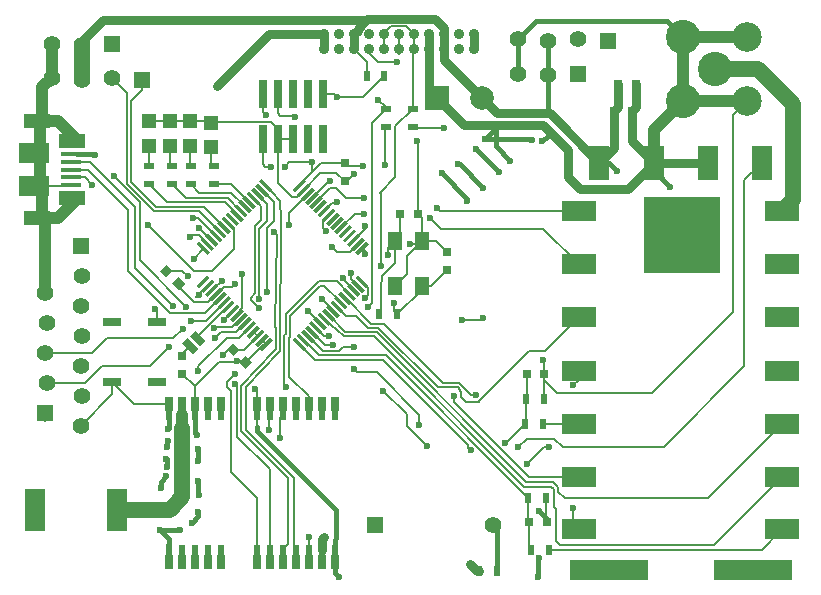
<source format=gtl>
G04 #@! TF.FileFunction,Copper,L1,Top,Signal*
%FSLAX46Y46*%
G04 Gerber Fmt 4.6, Leading zero omitted, Abs format (unit mm)*
G04 Created by KiCad (PCBNEW (after 2015-may-01 BZR unknown)-product) date Sun 10 May 2015 22:33:08 EDT*
%MOMM*%
G01*
G04 APERTURE LIST*
%ADD10C,0.100000*%
%ADD11R,1.700000X3.600000*%
%ADD12R,0.750000X0.800000*%
%ADD13R,0.800000X0.750000*%
%ADD14R,1.198880X1.198880*%
%ADD15C,1.998980*%
%ADD16R,1.998980X1.998980*%
%ADD17R,1.397000X1.397000*%
%ADD18C,1.397000*%
%ADD19R,0.760000X2.400000*%
%ADD20C,0.900000*%
%ADD21R,0.900000X0.500000*%
%ADD22R,0.500000X0.900000*%
%ADD23R,6.600000X1.800000*%
%ADD24R,3.000000X1.800000*%
%ADD25R,1.800000X3.000000*%
%ADD26R,6.400000X6.400000*%
%ADD27R,1.699260X0.398780*%
%ADD28R,2.301240X1.300480*%
%ADD29R,2.202180X1.300480*%
%ADD30R,2.499360X1.800860*%
%ADD31R,1.300480X1.600200*%
%ADD32C,2.900000*%
%ADD33C,2.500000*%
%ADD34R,0.800000X1.200000*%
%ADD35R,0.600000X0.900000*%
%ADD36R,1.524000X0.762000*%
%ADD37R,1.400000X1.400000*%
%ADD38C,1.400000*%
%ADD39C,0.600000*%
%ADD40C,0.200000*%
%ADD41C,1.056000*%
%ADD42C,1.350000*%
%ADD43C,0.400000*%
%ADD44C,0.152400*%
%ADD45C,0.800000*%
G04 APERTURE END LIST*
D10*
D11*
X149400000Y-80975000D03*
X142400000Y-80975000D03*
D12*
X154900000Y-69450000D03*
X154900000Y-67950000D03*
D10*
G36*
X160828338Y-68498008D02*
X160298008Y-69028338D01*
X159732322Y-68462652D01*
X160262652Y-67932322D01*
X160828338Y-68498008D01*
X160828338Y-68498008D01*
G37*
G36*
X159767678Y-67437348D02*
X159237348Y-67967678D01*
X158671662Y-67401992D01*
X159201992Y-66871662D01*
X159767678Y-67437348D01*
X159767678Y-67437348D01*
G37*
D12*
X177350000Y-60650000D03*
X177350000Y-59150000D03*
D13*
X173350000Y-55950000D03*
X174850000Y-55950000D03*
X184250000Y-82050000D03*
X185750000Y-82050000D03*
X191450000Y-47200000D03*
X192950000Y-47200000D03*
X191800000Y-44900000D03*
X193300000Y-44900000D03*
X184050000Y-69500000D03*
X185550000Y-69500000D03*
D14*
X152050000Y-48100980D03*
X152050000Y-50199020D03*
X153850000Y-48100980D03*
X153850000Y-50199020D03*
X155550000Y-48100980D03*
X155550000Y-50199020D03*
X157350000Y-48200980D03*
X157350000Y-50299020D03*
D15*
X180260000Y-46100000D03*
D16*
X176450000Y-46100000D03*
D10*
G36*
X155993395Y-65808580D02*
X156891420Y-66706605D01*
X156442407Y-67155618D01*
X155544382Y-66257593D01*
X155993395Y-65808580D01*
X155993395Y-65808580D01*
G37*
G36*
X155357593Y-66444382D02*
X156255618Y-67342407D01*
X155806605Y-67791420D01*
X154908580Y-66893395D01*
X155357593Y-66444382D01*
X155357593Y-66444382D01*
G37*
D17*
X188390000Y-44089040D03*
D18*
X185850000Y-44210960D03*
X183310000Y-44089040D03*
D17*
X148940000Y-41539040D03*
D18*
X146400000Y-41660960D03*
X143860000Y-41539040D03*
X148920000Y-44439040D03*
X146380000Y-44560960D03*
D17*
X151460000Y-44560960D03*
D18*
X143840000Y-44439040D03*
X188370000Y-41139040D03*
X185830000Y-41260960D03*
D17*
X190910000Y-41260960D03*
D18*
X183290000Y-41139040D03*
D17*
X143289040Y-72780000D03*
D18*
X143410960Y-70240000D03*
X143289040Y-67700000D03*
X143410960Y-65160000D03*
X143289040Y-62620000D03*
X146410960Y-61170000D03*
X146289040Y-63710000D03*
X146410960Y-66250000D03*
X146289040Y-68790000D03*
X146410960Y-71330000D03*
D17*
X146289040Y-58630000D03*
D18*
X146289040Y-73870000D03*
D19*
X161730000Y-49620000D03*
X161730000Y-45810000D03*
X163000000Y-49620000D03*
X163000000Y-45810000D03*
X164270000Y-49620000D03*
X164270000Y-45810000D03*
X165540000Y-49620000D03*
X165540000Y-45810000D03*
X166810000Y-49620000D03*
X166810000Y-45810000D03*
D20*
X166920000Y-40730000D03*
X168190000Y-40730000D03*
X169460000Y-40730000D03*
X170730000Y-40730000D03*
X172000000Y-40730000D03*
X173270000Y-40730000D03*
X174540000Y-40730000D03*
X175810000Y-40730000D03*
X177080000Y-40730000D03*
X178350000Y-40730000D03*
X179620000Y-40730000D03*
X179620000Y-42000000D03*
X178350000Y-42000000D03*
X177080000Y-42000000D03*
X175810000Y-42000000D03*
X174540000Y-42000000D03*
X173270000Y-42000000D03*
X172000000Y-42000000D03*
X170730000Y-42000000D03*
X169460000Y-42000000D03*
X168190000Y-42000000D03*
X166920000Y-42000000D03*
D21*
X174400000Y-48550000D03*
X174400000Y-47050000D03*
X172150000Y-48550000D03*
X172150000Y-47050000D03*
X152100000Y-51900000D03*
X152100000Y-53400000D03*
X154000000Y-51900000D03*
X154000000Y-53400000D03*
X155600000Y-51900000D03*
X155600000Y-53400000D03*
X157550000Y-51900000D03*
X157550000Y-53400000D03*
D22*
X171600000Y-64450000D03*
X173100000Y-64450000D03*
X184200000Y-79950000D03*
X185700000Y-79950000D03*
X185950000Y-84400000D03*
X184450000Y-84400000D03*
X183950000Y-73750000D03*
X185450000Y-73750000D03*
X184000000Y-71600000D03*
X185500000Y-71600000D03*
D23*
X203200000Y-86100000D03*
D24*
X205700000Y-82650000D03*
X205700000Y-78200000D03*
X205700000Y-73700000D03*
X205700000Y-69200000D03*
X205700000Y-64700000D03*
X205700000Y-60200000D03*
X205700000Y-55700000D03*
D25*
X204000000Y-51600000D03*
X194800000Y-51600000D03*
X199400000Y-51600000D03*
X190200000Y-51600000D03*
D24*
X188500000Y-55700000D03*
X188500000Y-60200000D03*
X188500000Y-64700000D03*
X188500000Y-69200000D03*
X188500000Y-73700000D03*
X188500000Y-78200000D03*
X188500000Y-82650000D03*
D23*
X191000000Y-86100000D03*
D26*
X197200000Y-57700000D03*
D27*
X145475680Y-52175000D03*
X145475680Y-51524760D03*
X145475680Y-53475480D03*
D28*
X142575000Y-48075440D03*
D29*
X145574740Y-49774700D03*
D28*
X142575000Y-56274560D03*
D29*
X145574740Y-54575300D03*
D27*
X145475680Y-52825240D03*
D30*
X142374340Y-50775460D03*
X142374340Y-53574540D03*
D27*
X145475680Y-50874520D03*
D31*
X172899380Y-61999920D03*
X172899380Y-58200080D03*
X175200620Y-58200080D03*
X175200620Y-61999920D03*
D32*
X200000000Y-43650000D03*
D33*
X202700020Y-40949980D03*
D32*
X197299980Y-40949980D03*
X197299980Y-46350020D03*
D33*
X202700020Y-46350020D03*
D22*
X172000000Y-44300000D03*
X170500000Y-44300000D03*
D34*
X153800000Y-85400000D03*
D35*
X153800000Y-84350000D03*
D34*
X154900000Y-85400000D03*
D35*
X154900000Y-84350000D03*
D34*
X156000000Y-85400000D03*
D35*
X156000000Y-84350000D03*
D34*
X157100000Y-85400000D03*
D35*
X157100000Y-84350000D03*
D34*
X158200000Y-85400000D03*
D35*
X158200000Y-84350000D03*
D34*
X161200000Y-85400000D03*
D35*
X161200000Y-84350000D03*
D34*
X162300000Y-85400000D03*
D35*
X162300000Y-84350000D03*
D34*
X163400000Y-85400000D03*
D35*
X163400000Y-84350000D03*
D34*
X164500000Y-85400000D03*
D35*
X164500000Y-84350000D03*
D34*
X165600000Y-85400000D03*
D35*
X165600000Y-84350000D03*
D34*
X166700000Y-85400000D03*
D35*
X166700000Y-84350000D03*
D34*
X167800000Y-85400000D03*
D35*
X167800000Y-84350000D03*
D34*
X153800000Y-72000000D03*
D35*
X153800000Y-73000000D03*
D34*
X154900000Y-72000000D03*
D35*
X154900000Y-73000000D03*
D34*
X156000000Y-72000000D03*
D35*
X156000000Y-73000000D03*
D34*
X157100000Y-72000000D03*
D35*
X157100000Y-73000000D03*
D34*
X158200000Y-72000000D03*
D35*
X158200000Y-73000000D03*
D34*
X161200000Y-72000000D03*
D35*
X161200000Y-73000000D03*
D34*
X162300000Y-72000000D03*
D35*
X162300000Y-73000000D03*
D34*
X163400000Y-72000000D03*
D35*
X163400000Y-73000000D03*
D34*
X164500000Y-72000000D03*
D35*
X164500000Y-73000000D03*
D34*
X165600000Y-72000000D03*
D35*
X165600000Y-73000000D03*
D34*
X166700000Y-72000000D03*
D35*
X166700000Y-73000000D03*
D34*
X167800000Y-72000000D03*
D35*
X167800000Y-73000000D03*
D36*
X152755000Y-65060000D03*
X152755000Y-70140000D03*
X148945000Y-65060000D03*
X148945000Y-70140000D03*
D12*
X168650000Y-51650000D03*
X168650000Y-53150000D03*
D10*
G36*
X152996662Y-60751992D02*
X153526992Y-60221662D01*
X154092678Y-60787348D01*
X153562348Y-61317678D01*
X152996662Y-60751992D01*
X152996662Y-60751992D01*
G37*
G36*
X154057322Y-61812652D02*
X154587652Y-61282322D01*
X155153338Y-61848008D01*
X154623008Y-62378338D01*
X154057322Y-61812652D01*
X154057322Y-61812652D01*
G37*
G36*
X157165977Y-63068075D02*
X158085555Y-62148497D01*
X158318901Y-62381843D01*
X157399323Y-63301421D01*
X157165977Y-63068075D01*
X157165977Y-63068075D01*
G37*
G36*
X157519799Y-63421897D02*
X158439377Y-62502319D01*
X158672723Y-62735665D01*
X157753145Y-63655243D01*
X157519799Y-63421897D01*
X157519799Y-63421897D01*
G37*
G36*
X157873621Y-63775719D02*
X158793199Y-62856141D01*
X159026545Y-63089487D01*
X158106967Y-64009065D01*
X157873621Y-63775719D01*
X157873621Y-63775719D01*
G37*
G36*
X158227443Y-64129541D02*
X159147021Y-63209963D01*
X159380367Y-63443309D01*
X158460789Y-64362887D01*
X158227443Y-64129541D01*
X158227443Y-64129541D01*
G37*
G36*
X158581265Y-64483363D02*
X159500843Y-63563785D01*
X159734189Y-63797131D01*
X158814611Y-64716709D01*
X158581265Y-64483363D01*
X158581265Y-64483363D01*
G37*
G36*
X156106306Y-62008404D02*
X157025884Y-61088826D01*
X157259230Y-61322172D01*
X156339652Y-62241750D01*
X156106306Y-62008404D01*
X156106306Y-62008404D01*
G37*
G36*
X156458332Y-62360430D02*
X157377910Y-61440852D01*
X157611256Y-61674198D01*
X156691678Y-62593776D01*
X156458332Y-62360430D01*
X156458332Y-62360430D01*
G37*
G36*
X156812155Y-62714252D02*
X157731733Y-61794674D01*
X157965079Y-62028020D01*
X157045501Y-62947598D01*
X156812155Y-62714252D01*
X156812155Y-62714252D01*
G37*
G36*
X164238826Y-66624116D02*
X164472172Y-66390770D01*
X165391750Y-67310348D01*
X165158404Y-67543694D01*
X164238826Y-66624116D01*
X164238826Y-66624116D01*
G37*
G36*
X164590852Y-66272090D02*
X164824198Y-66038744D01*
X165743776Y-66958322D01*
X165510430Y-67191668D01*
X164590852Y-66272090D01*
X164590852Y-66272090D01*
G37*
G36*
X164944674Y-65918267D02*
X165178020Y-65684921D01*
X166097598Y-66604499D01*
X165864252Y-66837845D01*
X164944674Y-65918267D01*
X164944674Y-65918267D01*
G37*
G36*
X165298497Y-65564445D02*
X165531843Y-65331099D01*
X166451421Y-66250677D01*
X166218075Y-66484023D01*
X165298497Y-65564445D01*
X165298497Y-65564445D01*
G37*
G36*
X165652319Y-65210623D02*
X165885665Y-64977277D01*
X166805243Y-65896855D01*
X166571897Y-66130201D01*
X165652319Y-65210623D01*
X165652319Y-65210623D01*
G37*
G36*
X166006141Y-64856801D02*
X166239487Y-64623455D01*
X167159065Y-65543033D01*
X166925719Y-65776379D01*
X166006141Y-64856801D01*
X166006141Y-64856801D01*
G37*
G36*
X166359963Y-64502979D02*
X166593309Y-64269633D01*
X167512887Y-65189211D01*
X167279541Y-65422557D01*
X166359963Y-64502979D01*
X166359963Y-64502979D01*
G37*
G36*
X166713785Y-64149157D02*
X166947131Y-63915811D01*
X167866709Y-64835389D01*
X167633363Y-65068735D01*
X166713785Y-64149157D01*
X166713785Y-64149157D01*
G37*
G36*
X169540770Y-59177828D02*
X170460348Y-58258250D01*
X170693694Y-58491596D01*
X169774116Y-59411174D01*
X169540770Y-59177828D01*
X169540770Y-59177828D01*
G37*
G36*
X169188744Y-58825802D02*
X170108322Y-57906224D01*
X170341668Y-58139570D01*
X169422090Y-59059148D01*
X169188744Y-58825802D01*
X169188744Y-58825802D01*
G37*
G36*
X168834921Y-58471980D02*
X169754499Y-57552402D01*
X169987845Y-57785748D01*
X169068267Y-58705326D01*
X168834921Y-58471980D01*
X168834921Y-58471980D01*
G37*
G36*
X168481099Y-58118157D02*
X169400677Y-57198579D01*
X169634023Y-57431925D01*
X168714445Y-58351503D01*
X168481099Y-58118157D01*
X168481099Y-58118157D01*
G37*
G36*
X168127277Y-57764335D02*
X169046855Y-56844757D01*
X169280201Y-57078103D01*
X168360623Y-57997681D01*
X168127277Y-57764335D01*
X168127277Y-57764335D01*
G37*
G36*
X167773455Y-57410513D02*
X168693033Y-56490935D01*
X168926379Y-56724281D01*
X168006801Y-57643859D01*
X167773455Y-57410513D01*
X167773455Y-57410513D01*
G37*
G36*
X167419633Y-57056691D02*
X168339211Y-56137113D01*
X168572557Y-56370459D01*
X167652979Y-57290037D01*
X167419633Y-57056691D01*
X167419633Y-57056691D01*
G37*
G36*
X167065811Y-56702869D02*
X167985389Y-55783291D01*
X168218735Y-56016637D01*
X167299157Y-56936215D01*
X167065811Y-56702869D01*
X167065811Y-56702869D01*
G37*
G36*
X161408250Y-53189652D02*
X161641596Y-52956306D01*
X162561174Y-53875884D01*
X162327828Y-54109230D01*
X161408250Y-53189652D01*
X161408250Y-53189652D01*
G37*
G36*
X161056224Y-53541678D02*
X161289570Y-53308332D01*
X162209148Y-54227910D01*
X161975802Y-54461256D01*
X161056224Y-53541678D01*
X161056224Y-53541678D01*
G37*
G36*
X160702402Y-53895501D02*
X160935748Y-53662155D01*
X161855326Y-54581733D01*
X161621980Y-54815079D01*
X160702402Y-53895501D01*
X160702402Y-53895501D01*
G37*
G36*
X160348579Y-54249323D02*
X160581925Y-54015977D01*
X161501503Y-54935555D01*
X161268157Y-55168901D01*
X160348579Y-54249323D01*
X160348579Y-54249323D01*
G37*
G36*
X159994757Y-54603145D02*
X160228103Y-54369799D01*
X161147681Y-55289377D01*
X160914335Y-55522723D01*
X159994757Y-54603145D01*
X159994757Y-54603145D01*
G37*
G36*
X159640935Y-54956967D02*
X159874281Y-54723621D01*
X160793859Y-55643199D01*
X160560513Y-55876545D01*
X159640935Y-54956967D01*
X159640935Y-54956967D01*
G37*
G36*
X159287113Y-55310789D02*
X159520459Y-55077443D01*
X160440037Y-55997021D01*
X160206691Y-56230367D01*
X159287113Y-55310789D01*
X159287113Y-55310789D01*
G37*
G36*
X158933291Y-55664611D02*
X159166637Y-55431265D01*
X160086215Y-56350843D01*
X159852869Y-56584189D01*
X158933291Y-55664611D01*
X158933291Y-55664611D01*
G37*
G36*
X158933291Y-64835389D02*
X159852869Y-63915811D01*
X160086215Y-64149157D01*
X159166637Y-65068735D01*
X158933291Y-64835389D01*
X158933291Y-64835389D01*
G37*
G36*
X159287113Y-65189211D02*
X160206691Y-64269633D01*
X160440037Y-64502979D01*
X159520459Y-65422557D01*
X159287113Y-65189211D01*
X159287113Y-65189211D01*
G37*
G36*
X159640935Y-65543033D02*
X160560513Y-64623455D01*
X160793859Y-64856801D01*
X159874281Y-65776379D01*
X159640935Y-65543033D01*
X159640935Y-65543033D01*
G37*
G36*
X167065811Y-63797131D02*
X167299157Y-63563785D01*
X168218735Y-64483363D01*
X167985389Y-64716709D01*
X167065811Y-63797131D01*
X167065811Y-63797131D01*
G37*
G36*
X167419633Y-63443309D02*
X167652979Y-63209963D01*
X168572557Y-64129541D01*
X168339211Y-64362887D01*
X167419633Y-63443309D01*
X167419633Y-63443309D01*
G37*
G36*
X167773455Y-63089487D02*
X168006801Y-62856141D01*
X168926379Y-63775719D01*
X168693033Y-64009065D01*
X167773455Y-63089487D01*
X167773455Y-63089487D01*
G37*
G36*
X166713785Y-56350843D02*
X167633363Y-55431265D01*
X167866709Y-55664611D01*
X166947131Y-56584189D01*
X166713785Y-56350843D01*
X166713785Y-56350843D01*
G37*
G36*
X166359963Y-55997021D02*
X167279541Y-55077443D01*
X167512887Y-55310789D01*
X166593309Y-56230367D01*
X166359963Y-55997021D01*
X166359963Y-55997021D01*
G37*
G36*
X166006141Y-55643199D02*
X166925719Y-54723621D01*
X167159065Y-54956967D01*
X166239487Y-55876545D01*
X166006141Y-55643199D01*
X166006141Y-55643199D01*
G37*
G36*
X158581265Y-56016637D02*
X158814611Y-55783291D01*
X159734189Y-56702869D01*
X159500843Y-56936215D01*
X158581265Y-56016637D01*
X158581265Y-56016637D01*
G37*
G36*
X158227443Y-56370459D02*
X158460789Y-56137113D01*
X159380367Y-57056691D01*
X159147021Y-57290037D01*
X158227443Y-56370459D01*
X158227443Y-56370459D01*
G37*
G36*
X157873621Y-56724281D02*
X158106967Y-56490935D01*
X159026545Y-57410513D01*
X158793199Y-57643859D01*
X157873621Y-56724281D01*
X157873621Y-56724281D01*
G37*
G36*
X159994757Y-65896855D02*
X160914335Y-64977277D01*
X161147681Y-65210623D01*
X160228103Y-66130201D01*
X159994757Y-65896855D01*
X159994757Y-65896855D01*
G37*
G36*
X160348579Y-66250677D02*
X161268157Y-65331099D01*
X161501503Y-65564445D01*
X160581925Y-66484023D01*
X160348579Y-66250677D01*
X160348579Y-66250677D01*
G37*
G36*
X160702402Y-66604499D02*
X161621980Y-65684921D01*
X161855326Y-65918267D01*
X160935748Y-66837845D01*
X160702402Y-66604499D01*
X160702402Y-66604499D01*
G37*
G36*
X161056224Y-66958322D02*
X161975802Y-66038744D01*
X162209148Y-66272090D01*
X161289570Y-67191668D01*
X161056224Y-66958322D01*
X161056224Y-66958322D01*
G37*
G36*
X161408250Y-67310348D02*
X162327828Y-66390770D01*
X162561174Y-66624116D01*
X161641596Y-67543694D01*
X161408250Y-67310348D01*
X161408250Y-67310348D01*
G37*
G36*
X168127277Y-62735665D02*
X168360623Y-62502319D01*
X169280201Y-63421897D01*
X169046855Y-63655243D01*
X168127277Y-62735665D01*
X168127277Y-62735665D01*
G37*
G36*
X168481099Y-62381843D02*
X168714445Y-62148497D01*
X169634023Y-63068075D01*
X169400677Y-63301421D01*
X168481099Y-62381843D01*
X168481099Y-62381843D01*
G37*
G36*
X168834921Y-62028020D02*
X169068267Y-61794674D01*
X169987845Y-62714252D01*
X169754499Y-62947598D01*
X168834921Y-62028020D01*
X168834921Y-62028020D01*
G37*
G36*
X169188744Y-61674198D02*
X169422090Y-61440852D01*
X170341668Y-62360430D01*
X170108322Y-62593776D01*
X169188744Y-61674198D01*
X169188744Y-61674198D01*
G37*
G36*
X169540770Y-61322172D02*
X169774116Y-61088826D01*
X170693694Y-62008404D01*
X170460348Y-62241750D01*
X169540770Y-61322172D01*
X169540770Y-61322172D01*
G37*
G36*
X165652319Y-55289377D02*
X166571897Y-54369799D01*
X166805243Y-54603145D01*
X165885665Y-55522723D01*
X165652319Y-55289377D01*
X165652319Y-55289377D01*
G37*
G36*
X165298497Y-54935555D02*
X166218075Y-54015977D01*
X166451421Y-54249323D01*
X165531843Y-55168901D01*
X165298497Y-54935555D01*
X165298497Y-54935555D01*
G37*
G36*
X164944674Y-54581733D02*
X165864252Y-53662155D01*
X166097598Y-53895501D01*
X165178020Y-54815079D01*
X164944674Y-54581733D01*
X164944674Y-54581733D01*
G37*
G36*
X164590852Y-54227910D02*
X165510430Y-53308332D01*
X165743776Y-53541678D01*
X164824198Y-54461256D01*
X164590852Y-54227910D01*
X164590852Y-54227910D01*
G37*
G36*
X164238826Y-53875884D02*
X165158404Y-52956306D01*
X165391750Y-53189652D01*
X164472172Y-54109230D01*
X164238826Y-53875884D01*
X164238826Y-53875884D01*
G37*
G36*
X157519799Y-57078103D02*
X157753145Y-56844757D01*
X158672723Y-57764335D01*
X158439377Y-57997681D01*
X157519799Y-57078103D01*
X157519799Y-57078103D01*
G37*
G36*
X157165977Y-57431925D02*
X157399323Y-57198579D01*
X158318901Y-58118157D01*
X158085555Y-58351503D01*
X157165977Y-57431925D01*
X157165977Y-57431925D01*
G37*
G36*
X156812155Y-57785748D02*
X157045501Y-57552402D01*
X157965079Y-58471980D01*
X157731733Y-58705326D01*
X156812155Y-57785748D01*
X156812155Y-57785748D01*
G37*
G36*
X156458332Y-58139570D02*
X156691678Y-57906224D01*
X157611256Y-58825802D01*
X157377910Y-59059148D01*
X156458332Y-58139570D01*
X156458332Y-58139570D01*
G37*
G36*
X156106306Y-58491596D02*
X156339652Y-58258250D01*
X157259230Y-59177828D01*
X157025884Y-59411174D01*
X156106306Y-58491596D01*
X156106306Y-58491596D01*
G37*
D37*
X171225000Y-82275000D03*
D38*
X181225000Y-82275000D03*
D22*
X181550000Y-86150000D03*
X180050000Y-86150000D03*
D39*
X156150000Y-74625000D03*
X156200000Y-75850000D03*
X156200000Y-76875000D03*
X156200000Y-78525000D03*
X156350000Y-79725000D03*
X156225000Y-81175000D03*
X155700000Y-82075000D03*
X154725000Y-82725000D03*
X153000000Y-82675000D03*
X153075000Y-79100000D03*
X153525000Y-78150000D03*
X153625000Y-77325000D03*
X153550000Y-76650000D03*
X153625000Y-75700000D03*
X153700000Y-75150000D03*
X153675000Y-74175000D03*
X161050000Y-70800000D03*
X185425000Y-68325000D03*
X185025000Y-86700000D03*
X185100000Y-85100000D03*
X185100000Y-81100000D03*
X196200000Y-53625000D03*
X168150000Y-86650000D03*
X173100000Y-43050000D03*
X174775000Y-49750000D03*
X169425000Y-52550000D03*
X159325000Y-61850000D03*
X159575000Y-68425000D03*
X169175000Y-60950000D03*
X174150000Y-58450000D03*
X181425000Y-48400000D03*
X180500000Y-49625000D03*
X179750000Y-50450000D03*
X181725000Y-52400000D03*
X180350000Y-53700000D03*
X178250000Y-51725000D03*
X176900000Y-52500000D03*
X179050000Y-54850000D03*
X182625000Y-51425000D03*
X184500000Y-49675000D03*
X185375000Y-49800000D03*
X172825000Y-63450000D03*
X170400000Y-63075000D03*
X170350000Y-59350000D03*
X172300000Y-59450000D03*
X191700000Y-52275000D03*
X179250000Y-85575000D03*
X166875000Y-83275000D03*
X163575000Y-51975000D03*
X162375000Y-51925000D03*
X165925000Y-51575000D03*
X155375000Y-61225000D03*
X158225000Y-61575000D03*
X170200000Y-51850000D03*
X172050000Y-51800000D03*
X177100000Y-48650000D03*
X168500000Y-61375000D03*
X158325000Y-67850000D03*
X179350000Y-75950000D03*
X182200000Y-75350000D03*
X167050000Y-57400000D03*
X161425000Y-63100000D03*
X177875000Y-71350000D03*
X183350000Y-75675000D03*
X174975000Y-73825000D03*
X169450000Y-69050000D03*
X162075000Y-62550000D03*
X175600000Y-75575000D03*
X171925000Y-70925000D03*
X161400000Y-63900000D03*
X188025000Y-70450000D03*
X185950000Y-75700000D03*
X184075000Y-77125000D03*
X147525000Y-50925000D03*
X157850000Y-45125000D03*
X158400000Y-64925000D03*
X155250000Y-63800000D03*
X149100000Y-52725000D03*
X188390000Y-44089040D03*
X170350000Y-57000000D03*
X159950000Y-61050000D03*
X167400000Y-53150000D03*
X170300000Y-54600000D03*
X156250000Y-69225000D03*
X153750000Y-67225000D03*
X157650000Y-66425000D03*
X154950000Y-65650000D03*
X157625000Y-65625000D03*
X155775000Y-56275000D03*
X156325000Y-57150000D03*
X155550000Y-57900000D03*
X155875000Y-59725000D03*
X151975000Y-56875000D03*
X166725000Y-63150000D03*
X162025000Y-47600000D03*
X165525000Y-64125000D03*
X164450000Y-47725000D03*
X167600000Y-58750000D03*
X168000000Y-46075000D03*
X167975000Y-54925000D03*
X176450000Y-55450000D03*
X170250000Y-55950000D03*
X175875000Y-56250000D03*
X179750000Y-71300000D03*
X188000000Y-80800000D03*
X155650000Y-65025000D03*
X154150000Y-63750000D03*
X159375000Y-70325000D03*
X171475000Y-46250000D03*
X170650000Y-63800000D03*
X167700000Y-67000000D03*
X159350000Y-69475000D03*
X171700000Y-60350000D03*
X167300000Y-66250000D03*
X163725000Y-70575000D03*
X162650000Y-57450000D03*
X163900000Y-56900000D03*
X169400000Y-67225000D03*
X178550000Y-64925000D03*
X180375000Y-64750000D03*
X156325000Y-62800000D03*
X152600000Y-64025000D03*
X162250000Y-74250000D03*
X163200000Y-74900000D03*
X147250000Y-53450000D03*
X165600000Y-83300000D03*
D40*
X154900000Y-72000000D02*
X154900000Y-73000000D01*
D41*
X154075000Y-80725000D02*
X154000000Y-80800000D01*
X153800000Y-81000000D02*
X149000000Y-81000000D01*
X154075000Y-80725000D02*
X153800000Y-81000000D01*
D42*
X154900000Y-79900000D02*
X153825000Y-80975000D01*
X153825000Y-80975000D02*
X149400000Y-80975000D01*
D41*
X154900000Y-73000000D02*
X154900000Y-74100000D01*
D42*
X154900000Y-74100000D02*
X154900000Y-79900000D01*
D43*
X153000000Y-82675000D02*
X154675000Y-82675000D01*
X156000000Y-74475000D02*
X156000000Y-72000000D01*
X156150000Y-74625000D02*
X156000000Y-74475000D01*
X156200000Y-76875000D02*
X156200000Y-75850000D01*
X156200000Y-79575000D02*
X156200000Y-78525000D01*
X156350000Y-79725000D02*
X156200000Y-79575000D01*
X156225000Y-81550000D02*
X156225000Y-81175000D01*
X155700000Y-82075000D02*
X156225000Y-81550000D01*
X154675000Y-82675000D02*
X154725000Y-82725000D01*
X153800000Y-72000000D02*
X153800000Y-74050000D01*
X153800000Y-83475000D02*
X153800000Y-84350000D01*
X153000000Y-82675000D02*
X153800000Y-83475000D01*
X153075000Y-78600000D02*
X153075000Y-79100000D01*
X153525000Y-78150000D02*
X153075000Y-78600000D01*
X153625000Y-76725000D02*
X153625000Y-77325000D01*
X153550000Y-76650000D02*
X153625000Y-76725000D01*
X153625000Y-75225000D02*
X153625000Y-75700000D01*
X153700000Y-75150000D02*
X153625000Y-75225000D01*
X153800000Y-74050000D02*
X153675000Y-74175000D01*
X202700020Y-40949980D02*
X202700020Y-41050020D01*
X202700020Y-45525020D02*
X202700020Y-46350020D01*
D40*
X161200000Y-72000000D02*
X161200000Y-70950000D01*
X161200000Y-70950000D02*
X161050000Y-70800000D01*
X185550000Y-69500000D02*
X185550000Y-68450000D01*
X185550000Y-68450000D02*
X185425000Y-68325000D01*
D43*
X161200000Y-73950000D02*
X161200000Y-74300000D01*
X167925000Y-81025000D02*
X167925000Y-83400000D01*
X161200000Y-74300000D02*
X167925000Y-81025000D01*
X167800000Y-83525000D02*
X167800000Y-84350000D01*
X167925000Y-83400000D02*
X167800000Y-83525000D01*
X185025000Y-85175000D02*
X185025000Y-86700000D01*
X185100000Y-85100000D02*
X185025000Y-85175000D01*
X185750000Y-82050000D02*
X185750000Y-81750000D01*
X185750000Y-81750000D02*
X185100000Y-81100000D01*
X194800000Y-51600000D02*
X194800000Y-52225000D01*
X194800000Y-52225000D02*
X196200000Y-53625000D01*
X167800000Y-86300000D02*
X167800000Y-85400000D01*
X168150000Y-86650000D02*
X167800000Y-86300000D01*
D40*
X185550000Y-69500000D02*
X185550000Y-70000000D01*
X201525000Y-47525040D02*
X202700020Y-46350020D01*
X201525000Y-64250000D02*
X201525000Y-47525040D01*
X194700000Y-71075000D02*
X201525000Y-64250000D01*
X186625000Y-71075000D02*
X194700000Y-71075000D01*
X185550000Y-70000000D02*
X186625000Y-71075000D01*
X170730000Y-42000000D02*
X170730000Y-42280000D01*
X170730000Y-42280000D02*
X171500000Y-43050000D01*
X171500000Y-43050000D02*
X173100000Y-43050000D01*
D44*
X174850000Y-55950000D02*
X174850000Y-49825000D01*
X174850000Y-49825000D02*
X174775000Y-49750000D01*
X169425000Y-52550000D02*
X168825000Y-53150000D01*
X168825000Y-53150000D02*
X168650000Y-53150000D01*
X163000000Y-49620000D02*
X163000000Y-48725000D01*
X163000000Y-48725000D02*
X162450000Y-48175000D01*
X162450000Y-48175000D02*
X157375980Y-48175000D01*
X157375980Y-48175000D02*
X157350000Y-48200980D01*
X163000000Y-49620000D02*
X164270000Y-49620000D01*
X165167314Y-53884794D02*
X165167314Y-53907686D01*
X165167314Y-53907686D02*
X164575000Y-54500000D01*
X163000000Y-53325000D02*
X163000000Y-49620000D01*
X164175000Y-54500000D02*
X163000000Y-53325000D01*
X164575000Y-54500000D02*
X164175000Y-54500000D01*
X165167314Y-53884794D02*
X165167314Y-53882686D01*
X165167314Y-53882686D02*
X166600000Y-52450000D01*
X166600000Y-52450000D02*
X167950000Y-52450000D01*
X167950000Y-52450000D02*
X168650000Y-53150000D01*
X154605330Y-61830330D02*
X154605330Y-62130330D01*
X154605330Y-62130330D02*
X155900000Y-63425000D01*
X155900000Y-63425000D02*
X157042398Y-63425000D01*
X157042398Y-63425000D02*
X157742439Y-62724959D01*
D40*
X157742439Y-62724959D02*
X157775041Y-62724959D01*
X157775041Y-62724959D02*
X158400000Y-62100000D01*
X158400000Y-62100000D02*
X159075000Y-62100000D01*
X159075000Y-62100000D02*
X159325000Y-61850000D01*
X159575000Y-68425000D02*
X160280330Y-68494670D01*
X160280330Y-68494670D02*
X160280330Y-68480330D01*
X157742439Y-62724959D02*
X157800041Y-62724959D01*
X160219670Y-68480330D02*
X160280330Y-68480330D01*
D44*
X153800000Y-72000000D02*
X153800000Y-73000000D01*
X156000000Y-72000000D02*
X156000000Y-73000000D01*
X155550000Y-48100980D02*
X157250000Y-48100980D01*
X157250000Y-48100980D02*
X157350000Y-48200980D01*
X153850000Y-48100980D02*
X155550000Y-48100980D01*
X152050000Y-48100980D02*
X153850000Y-48100980D01*
D45*
X175810000Y-40730000D02*
X175810000Y-42000000D01*
X175810000Y-45480000D02*
X176440000Y-46110000D01*
X175810000Y-42000000D02*
X175810000Y-45480000D01*
X178730000Y-48400000D02*
X176440000Y-46110000D01*
X185450000Y-48400000D02*
X185850000Y-48800000D01*
X181425000Y-48400000D02*
X185450000Y-48400000D01*
X178730000Y-48400000D02*
X181425000Y-48400000D01*
X192600000Y-53800000D02*
X189050000Y-53800000D01*
X189050000Y-53800000D02*
X188650000Y-53800000D01*
X188650000Y-53800000D02*
X188550000Y-53800000D01*
X188550000Y-53800000D02*
X187550000Y-52800000D01*
X194800000Y-51600000D02*
X192600000Y-53800000D01*
X185850000Y-48800000D02*
X187250000Y-50200000D01*
X187550000Y-50500000D02*
X187550000Y-52800000D01*
X187250000Y-50200000D02*
X187550000Y-50500000D01*
X194800000Y-51600000D02*
X199400000Y-51600000D01*
X192950000Y-49750000D02*
X192950000Y-47200000D01*
X194800000Y-51600000D02*
X192950000Y-49750000D01*
X193300000Y-46850000D02*
X193300000Y-44900000D01*
X192950000Y-47200000D02*
X193300000Y-46850000D01*
D41*
X143840000Y-41559040D02*
X143840000Y-44439040D01*
X143860000Y-41539040D02*
X143840000Y-41559040D01*
X143050000Y-45229040D02*
X143050000Y-48100440D01*
X143840000Y-44439040D02*
X143050000Y-45229040D01*
X142849340Y-48301100D02*
X142849340Y-53599540D01*
X143050000Y-48100440D02*
X142849340Y-48301100D01*
X143050000Y-53800200D02*
X143050000Y-56299560D01*
X142849340Y-53599540D02*
X143050000Y-53800200D01*
X144350480Y-48100440D02*
X143050000Y-48100440D01*
X146049740Y-49799700D02*
X144350480Y-48100440D01*
X143289040Y-56538600D02*
X143289040Y-62620000D01*
X143050000Y-56299560D02*
X143289040Y-56538600D01*
X144350480Y-56299560D02*
X143050000Y-56299560D01*
X146049740Y-54600300D02*
X144350480Y-56299560D01*
D40*
X185700000Y-82000000D02*
X185700000Y-79950000D01*
X185750000Y-82050000D02*
X185700000Y-82000000D01*
D44*
X167800000Y-85400000D02*
X167800000Y-84350000D01*
X161200000Y-73000000D02*
X161200000Y-72000000D01*
X156100000Y-73100000D02*
X156000000Y-73000000D01*
X161200000Y-73000000D02*
X161200000Y-73950000D01*
X153700000Y-73100000D02*
X153800000Y-73000000D01*
X156000000Y-70600000D02*
X156000000Y-70550000D01*
X156000000Y-72000000D02*
X156000000Y-70600000D01*
X156000000Y-70550000D02*
X155950000Y-70500000D01*
X155950000Y-70500000D02*
X154900000Y-69450000D01*
X150805000Y-72000000D02*
X153800000Y-72000000D01*
X148945000Y-70140000D02*
X150805000Y-72000000D01*
X148945000Y-71214040D02*
X148945000Y-70140000D01*
X146289040Y-73870000D02*
X148945000Y-71214040D01*
X145851620Y-53599540D02*
X142849340Y-53599540D01*
X145950680Y-53500480D02*
X145851620Y-53599540D01*
X157969670Y-68480330D02*
X160280330Y-68480330D01*
X155950000Y-70500000D02*
X157969670Y-68480330D01*
X161793428Y-66967232D02*
X161984712Y-66967232D01*
X160280330Y-68480330D02*
X161793428Y-66967232D01*
X161984712Y-66967232D02*
X161632686Y-66615206D01*
X185500000Y-69550000D02*
X185500000Y-71600000D01*
X185550000Y-69500000D02*
X185500000Y-69550000D01*
D41*
X197299980Y-46350020D02*
X197299980Y-40949980D01*
X197299980Y-40949980D02*
X202700020Y-40949980D01*
X202700020Y-46350020D02*
X197299980Y-46350020D01*
X194800000Y-48850000D02*
X194800000Y-51600000D01*
X197299980Y-46350020D02*
X194800000Y-48850000D01*
D40*
X195950000Y-39600000D02*
X184829040Y-39600000D01*
X197299980Y-40949980D02*
X195950000Y-39600000D01*
X183310000Y-41159040D02*
X183310000Y-44089040D01*
X183290000Y-41139040D02*
X183310000Y-41159040D01*
X153650000Y-83900000D02*
X153800000Y-84350000D01*
X153750000Y-83800000D02*
X153650000Y-83900000D01*
X153750000Y-85350000D02*
X153750000Y-83800000D01*
X153800000Y-85400000D02*
X153750000Y-85350000D01*
X167750000Y-85350000D02*
X167800000Y-85400000D01*
X143050000Y-50599800D02*
X143050000Y-48100440D01*
X142849340Y-50800460D02*
X143050000Y-50599800D01*
X176400080Y-58200080D02*
X175200620Y-58200080D01*
X177350000Y-59150000D02*
X176400080Y-58200080D01*
X173900000Y-60999300D02*
X172899380Y-61999920D01*
X173900000Y-59500700D02*
X173900000Y-60999300D01*
X175200620Y-58200080D02*
X173900000Y-59500700D01*
X175200620Y-56300620D02*
X175200620Y-58200080D01*
X174850000Y-55950000D02*
X175200620Y-56300620D01*
X169175000Y-61427108D02*
X169175000Y-60950000D01*
X169765206Y-62017314D02*
X169175000Y-61427108D01*
X174950700Y-58450000D02*
X175200620Y-58200080D01*
X174150000Y-58450000D02*
X174950700Y-58450000D01*
D43*
X183290000Y-44069040D02*
X183310000Y-44089040D01*
X183290000Y-41139040D02*
X183290000Y-44069040D01*
X195950000Y-39600000D02*
X197299980Y-40949980D01*
X184829040Y-39600000D02*
X195950000Y-39600000D01*
X183290000Y-41139040D02*
X184829040Y-39600000D01*
X181425000Y-48700000D02*
X180500000Y-49625000D01*
X179750000Y-50450000D02*
X181700000Y-52400000D01*
X181700000Y-52400000D02*
X181725000Y-52400000D01*
X180350000Y-53700000D02*
X178375000Y-51725000D01*
X178375000Y-51725000D02*
X178250000Y-51725000D01*
X176900000Y-52500000D02*
X179050000Y-54650000D01*
X179050000Y-54650000D02*
X179050000Y-54850000D01*
X182625000Y-51425000D02*
X181425000Y-50225000D01*
X181425000Y-50225000D02*
X181425000Y-48400000D01*
X181425000Y-48400000D02*
X181425000Y-48700000D01*
X184450000Y-49625000D02*
X184500000Y-49675000D01*
X185375000Y-49800000D02*
X185850000Y-49325000D01*
X185850000Y-49325000D02*
X185850000Y-48800000D01*
X180500000Y-49625000D02*
X184450000Y-49625000D01*
D44*
X154900000Y-67950000D02*
X154900000Y-67800000D01*
X154900000Y-67800000D02*
X155582099Y-67117901D01*
D40*
X175200620Y-62349380D02*
X175200620Y-61999920D01*
X173100000Y-64450000D02*
X175200620Y-62349380D01*
X176000080Y-61999920D02*
X175200620Y-61999920D01*
X177350000Y-60650000D02*
X176000080Y-61999920D01*
X170625000Y-62173056D02*
X170625000Y-62775000D01*
X170117232Y-61665288D02*
X170625000Y-62173056D01*
X172825000Y-64175000D02*
X173100000Y-64450000D01*
X172825000Y-63450000D02*
X172825000Y-64175000D01*
X170400000Y-63000000D02*
X170400000Y-63075000D01*
X170625000Y-62775000D02*
X170400000Y-63000000D01*
X171750000Y-64300000D02*
X171750000Y-61750000D01*
X171600000Y-64450000D02*
X171750000Y-64300000D01*
X171850000Y-61150000D02*
X172250000Y-60750000D01*
X171850000Y-61650000D02*
X171850000Y-61150000D01*
X171750000Y-61750000D02*
X171850000Y-61650000D01*
X172899380Y-60100620D02*
X172899380Y-58200080D01*
X172250000Y-60750000D02*
X172899380Y-60100620D01*
X173350000Y-57749460D02*
X173350000Y-55950000D01*
X172899380Y-58200080D02*
X173350000Y-57749460D01*
X170350000Y-59067480D02*
X170117232Y-58834712D01*
X170350000Y-59350000D02*
X170350000Y-59067480D01*
X172300000Y-58799460D02*
X172300000Y-59450000D01*
X172899380Y-58200080D02*
X172300000Y-58799460D01*
X184250000Y-84200000D02*
X184250000Y-82050000D01*
X184450000Y-84400000D02*
X184250000Y-84200000D01*
X184200000Y-82000000D02*
X184200000Y-79950000D01*
X184250000Y-82050000D02*
X184200000Y-82000000D01*
X172150000Y-67900000D02*
X166452108Y-67900000D01*
X166452108Y-67900000D02*
X165167314Y-66615206D01*
X184200000Y-79950000D02*
X172150000Y-67900000D01*
D43*
X191700000Y-52275000D02*
X191025000Y-51600000D01*
X191025000Y-51600000D02*
X190200000Y-51600000D01*
D45*
X166700000Y-84350000D02*
X166700000Y-83450000D01*
X179250000Y-85575000D02*
X179825000Y-86150000D01*
X166700000Y-83450000D02*
X166875000Y-83275000D01*
X179825000Y-86150000D02*
X180050000Y-86150000D01*
D44*
X161730000Y-49620000D02*
X161730000Y-51730000D01*
X163975000Y-51575000D02*
X165925000Y-51575000D01*
X163575000Y-51975000D02*
X163975000Y-51575000D01*
X161925000Y-51925000D02*
X162375000Y-51925000D01*
X161730000Y-51730000D02*
X161925000Y-51925000D01*
X165925000Y-51575000D02*
X165925000Y-52400000D01*
X164815288Y-53532768D02*
X164815288Y-53509712D01*
X164815288Y-53509712D02*
X165925000Y-52400000D01*
X165925000Y-52400000D02*
X166675000Y-51650000D01*
X166675000Y-51650000D02*
X168650000Y-51650000D01*
X154919670Y-60769670D02*
X153544670Y-60769670D01*
X155375000Y-61225000D02*
X154919670Y-60769670D01*
D40*
X157388617Y-62371136D02*
X157428864Y-62371136D01*
X157428864Y-62371136D02*
X158225000Y-61575000D01*
D44*
X159219670Y-67419670D02*
X158755330Y-67419670D01*
X158755330Y-67419670D02*
X158300000Y-67875000D01*
D45*
X146400000Y-41660960D02*
X146400000Y-41300000D01*
X146400000Y-41300000D02*
X148150000Y-39550000D01*
X148150000Y-39550000D02*
X170450000Y-39550000D01*
X177080000Y-40730000D02*
X177080000Y-42000000D01*
X177080000Y-42940000D02*
X180250000Y-46110000D01*
X177080000Y-42000000D02*
X177080000Y-42940000D01*
X186000000Y-47400000D02*
X190200000Y-51600000D01*
X181540000Y-47400000D02*
X186000000Y-47400000D01*
X180250000Y-46110000D02*
X181540000Y-47400000D01*
X191450000Y-50350000D02*
X191450000Y-47200000D01*
X190200000Y-51600000D02*
X191450000Y-50350000D01*
X191800000Y-46850000D02*
X191800000Y-44900000D01*
X191450000Y-47200000D02*
X191800000Y-46850000D01*
D44*
X166700000Y-85400000D02*
X166700000Y-84350000D01*
X166700000Y-85400000D02*
X166800000Y-85300000D01*
X161278863Y-66261383D02*
X161278864Y-66261383D01*
X160925041Y-65907561D02*
X161278863Y-66261383D01*
X160120577Y-67419670D02*
X159219670Y-67419670D01*
X161278864Y-66261383D02*
X160520124Y-67020123D01*
X160520124Y-67020123D02*
X160120577Y-67419670D01*
D40*
X185850000Y-41280960D02*
X185850000Y-44210960D01*
X185830000Y-41260960D02*
X185850000Y-41280960D01*
X186000000Y-44360960D02*
X186000000Y-47400000D01*
X185850000Y-44210960D02*
X186000000Y-44360960D01*
D45*
X169460000Y-40730000D02*
X169460000Y-42000000D01*
X169750000Y-40250000D02*
X170450000Y-39550000D01*
X170450000Y-39550000D02*
X170550000Y-39450000D01*
X169750000Y-40440000D02*
X169750000Y-40250000D01*
X169460000Y-40730000D02*
X169750000Y-40440000D01*
X170600000Y-39400000D02*
X175000000Y-39400000D01*
X170550000Y-39450000D02*
X170600000Y-39400000D01*
X176300000Y-39450000D02*
X177000000Y-40150000D01*
X176300000Y-39400000D02*
X176300000Y-39450000D01*
X176250000Y-39400000D02*
X176300000Y-39400000D01*
X175000000Y-39400000D02*
X176250000Y-39400000D01*
X177080000Y-40230000D02*
X177080000Y-40730000D01*
X177000000Y-40150000D02*
X177080000Y-40230000D01*
D40*
X170500000Y-43040000D02*
X170500000Y-44300000D01*
X169460000Y-42000000D02*
X170500000Y-43040000D01*
X171950000Y-48750000D02*
X172150000Y-48550000D01*
X168850000Y-51850000D02*
X168650000Y-51650000D01*
X170200000Y-51850000D02*
X168850000Y-51850000D01*
X172050000Y-48650000D02*
X172050000Y-51800000D01*
X172150000Y-48550000D02*
X172050000Y-48650000D01*
X174500000Y-48650000D02*
X177100000Y-48650000D01*
X174400000Y-48550000D02*
X174500000Y-48650000D01*
X168500000Y-61459753D02*
X168500000Y-61375000D01*
X169411383Y-62371136D02*
X168500000Y-61459753D01*
X158325000Y-67850000D02*
X158300000Y-67875000D01*
D42*
X146400000Y-44540960D02*
X146380000Y-44560960D01*
X146400000Y-41660960D02*
X146400000Y-44540960D01*
D43*
X185830000Y-44190960D02*
X185850000Y-44210960D01*
X185830000Y-41260960D02*
X185830000Y-44190960D01*
X185850000Y-47250000D02*
X186000000Y-47400000D01*
X185850000Y-44210960D02*
X185850000Y-47250000D01*
D40*
X184000000Y-73700000D02*
X184000000Y-71600000D01*
X183950000Y-73750000D02*
X184000000Y-73700000D01*
X184050000Y-71550000D02*
X184050000Y-69500000D01*
X184000000Y-71600000D02*
X184050000Y-71550000D01*
X171900000Y-68300000D02*
X166148056Y-68300000D01*
X166148056Y-68300000D02*
X164815288Y-66967232D01*
X183950000Y-73750000D02*
X182350000Y-75350000D01*
X179100000Y-75500000D02*
X171950000Y-68350000D01*
X179100000Y-75750000D02*
X179100000Y-75500000D01*
X179150000Y-75750000D02*
X179100000Y-75750000D01*
X179350000Y-75750000D02*
X179150000Y-75750000D01*
X179350000Y-75950000D02*
X179350000Y-75750000D01*
X182350000Y-75350000D02*
X182200000Y-75350000D01*
X171950000Y-68350000D02*
X171900000Y-68300000D01*
D44*
X152100000Y-51900000D02*
X152100000Y-50249020D01*
X152100000Y-50249020D02*
X152050000Y-50199020D01*
X153850000Y-50199020D02*
X153850000Y-51750000D01*
X153850000Y-51750000D02*
X154000000Y-51900000D01*
X155550000Y-50199020D02*
X155550000Y-51850000D01*
X155550000Y-51850000D02*
X155600000Y-51900000D01*
X157350000Y-50299020D02*
X157350000Y-51700000D01*
X157350000Y-51700000D02*
X157550000Y-51900000D01*
D40*
X166800000Y-56497974D02*
X167290247Y-56007727D01*
X166800000Y-57150000D02*
X166800000Y-56497974D01*
X167050000Y-57400000D02*
X166800000Y-57150000D01*
X161278864Y-54238617D02*
X161278864Y-54303864D01*
X161278864Y-54303864D02*
X162050000Y-55075000D01*
X162050000Y-55075000D02*
X162050000Y-56575000D01*
X162050000Y-56575000D02*
X161425000Y-57200000D01*
X161425000Y-57200000D02*
X161425000Y-63100000D01*
X188500000Y-78200000D02*
X184250000Y-78200000D01*
X177875000Y-71825000D02*
X177875000Y-71350000D01*
X184250000Y-78200000D02*
X177875000Y-71825000D01*
X188500000Y-78200000D02*
X188400000Y-78100000D01*
X195600000Y-75700000D02*
X187125000Y-75700000D01*
X204000000Y-51600000D02*
X202500000Y-53100000D01*
X202500000Y-53100000D02*
X202500000Y-67750000D01*
X202500000Y-67750000D02*
X202500000Y-68800000D01*
X202500000Y-68800000D02*
X195650000Y-75650000D01*
X195650000Y-75650000D02*
X195600000Y-75700000D01*
X184050000Y-74975000D02*
X183350000Y-75675000D01*
X186400000Y-74975000D02*
X184050000Y-74975000D01*
X187125000Y-75700000D02*
X186400000Y-74975000D01*
X174975000Y-72925000D02*
X174975000Y-73825000D01*
X171350000Y-69300000D02*
X174975000Y-72925000D01*
X169700000Y-69300000D02*
X171350000Y-69300000D01*
X169450000Y-69050000D02*
X169700000Y-69300000D01*
X161632686Y-53884794D02*
X161634794Y-53884794D01*
X161634794Y-53884794D02*
X162675000Y-54925000D01*
X162675000Y-54925000D02*
X162675000Y-56550000D01*
X162675000Y-56550000D02*
X162075000Y-57150000D01*
X162075000Y-57150000D02*
X162075000Y-62550000D01*
X160925041Y-54592439D02*
X160925041Y-54650041D01*
X160925041Y-54650041D02*
X161550000Y-55275000D01*
X173900000Y-73875000D02*
X175600000Y-75575000D01*
X173900000Y-72900000D02*
X173900000Y-73875000D01*
X171925000Y-70925000D02*
X173900000Y-72900000D01*
X160700000Y-63200000D02*
X161400000Y-63900000D01*
X160700000Y-63025000D02*
X160700000Y-63200000D01*
X161072598Y-62652402D02*
X160700000Y-63025000D01*
X161072598Y-56952402D02*
X161072598Y-62652402D01*
X161550000Y-56475000D02*
X161072598Y-56952402D01*
X161550000Y-55275000D02*
X161550000Y-56475000D01*
X188025000Y-70450000D02*
X188500000Y-69975000D01*
X185500000Y-75700000D02*
X185950000Y-75700000D01*
X184075000Y-77125000D02*
X185500000Y-75700000D01*
X188500000Y-69975000D02*
X188500000Y-69200000D01*
X160925041Y-54675041D02*
X160925041Y-54592439D01*
D41*
X205700000Y-55700000D02*
X205700000Y-55325000D01*
D42*
X203650000Y-43650000D02*
X206650000Y-46650000D01*
X206650000Y-46650000D02*
X206650000Y-54750000D01*
X206650000Y-54750000D02*
X205700000Y-55700000D01*
X200000000Y-43650000D02*
X203650000Y-43650000D01*
D44*
X158803905Y-63786425D02*
X158688575Y-63786425D01*
X158688575Y-63786425D02*
X156217901Y-66257099D01*
X156217901Y-66257099D02*
X156217901Y-66482099D01*
D43*
X145950680Y-50899520D02*
X147499520Y-50899520D01*
X147499520Y-50899520D02*
X147525000Y-50925000D01*
D45*
X179620000Y-42000000D02*
X179620000Y-40730000D01*
X166920000Y-40730000D02*
X166920000Y-42000000D01*
X162245000Y-40730000D02*
X166920000Y-40730000D01*
X157850000Y-45125000D02*
X162245000Y-40730000D01*
D44*
X159157727Y-64140247D02*
X159157727Y-64167273D01*
X159157727Y-64167273D02*
X158400000Y-64925000D01*
X155250000Y-63800000D02*
X151300000Y-59850000D01*
X151300000Y-59850000D02*
X151300000Y-54925000D01*
X151300000Y-54925000D02*
X149100000Y-52725000D01*
D40*
X170350000Y-57190247D02*
X169411383Y-58128864D01*
X170350000Y-57000000D02*
X170350000Y-57190247D01*
D44*
X159509753Y-64492273D02*
X159509753Y-64390247D01*
X159509753Y-64390247D02*
X159975000Y-63925000D01*
X159975000Y-63925000D02*
X159975000Y-61075000D01*
X159975000Y-61075000D02*
X159950000Y-61050000D01*
X158096261Y-57421219D02*
X158046219Y-57421219D01*
X158046219Y-57421219D02*
X156350000Y-55725000D01*
X156350000Y-55725000D02*
X152550000Y-55725000D01*
X152550000Y-55725000D02*
X150200000Y-53375000D01*
X150200000Y-53375000D02*
X150200000Y-45719040D01*
X150200000Y-45719040D02*
X148920000Y-44439040D01*
X151460000Y-44560960D02*
X151460000Y-45440000D01*
X156732686Y-55350000D02*
X158450083Y-57067397D01*
X152650000Y-55350000D02*
X156732686Y-55350000D01*
X150525000Y-53225000D02*
X152650000Y-55350000D01*
X150525000Y-46375000D02*
X150525000Y-53225000D01*
X151460000Y-45440000D02*
X150525000Y-46375000D01*
D40*
X167317398Y-53150000D02*
X165874959Y-54592439D01*
X167400000Y-53150000D02*
X167317398Y-53150000D01*
X168750000Y-54600000D02*
X167900000Y-53750000D01*
X168800000Y-54600000D02*
X168750000Y-54600000D01*
X170300000Y-54600000D02*
X168800000Y-54600000D01*
X167900000Y-53750000D02*
X167600000Y-53750000D01*
X167425042Y-53750000D02*
X167600000Y-53750000D01*
X166228781Y-54946261D02*
X167425042Y-53750000D01*
D44*
X160571219Y-65553739D02*
X160571219Y-65553781D01*
X143289040Y-73439040D02*
X143289040Y-72780000D01*
D40*
X156250000Y-68825000D02*
X158675000Y-66400000D01*
X156250000Y-69225000D02*
X156250000Y-68825000D01*
X159724958Y-66400000D02*
X160571219Y-65553739D01*
X158675000Y-66400000D02*
X159724958Y-66400000D01*
X160217397Y-65199917D02*
X160150083Y-65199917D01*
X160150083Y-65199917D02*
X159450000Y-65900000D01*
X146660000Y-70240000D02*
X143410960Y-70240000D01*
X148075000Y-68825000D02*
X146660000Y-70240000D01*
X152150000Y-68825000D02*
X148075000Y-68825000D01*
X153750000Y-67225000D02*
X152150000Y-68825000D01*
X158175000Y-65900000D02*
X157650000Y-66425000D01*
X159450000Y-65900000D02*
X158175000Y-65900000D01*
X160217397Y-65199917D02*
X160217397Y-65257603D01*
X143700960Y-69950000D02*
X143410960Y-70240000D01*
D44*
X160217397Y-65199917D02*
X160175083Y-65199917D01*
D40*
X159863575Y-64846095D02*
X159803905Y-64846095D01*
X159803905Y-64846095D02*
X159150000Y-65500000D01*
X147250000Y-67700000D02*
X143289040Y-67700000D01*
X148500000Y-66450000D02*
X147250000Y-67700000D01*
X154150000Y-66450000D02*
X148500000Y-66450000D01*
X154950000Y-65650000D02*
X154150000Y-66450000D01*
X157750000Y-65500000D02*
X157625000Y-65625000D01*
X159150000Y-65500000D02*
X157750000Y-65500000D01*
D44*
X159863575Y-64846095D02*
X159863575Y-64886425D01*
X159863575Y-64886425D02*
X159425000Y-65325000D01*
D40*
X156267398Y-56300000D02*
X157742439Y-57775041D01*
X155800000Y-56300000D02*
X156267398Y-56300000D01*
X155775000Y-56275000D02*
X155800000Y-56300000D01*
X156325000Y-57150000D02*
X157303864Y-58128864D01*
X157303864Y-58128864D02*
X157388617Y-58128864D01*
X156277108Y-57725000D02*
X157034794Y-58482686D01*
X155725000Y-57725000D02*
X156277108Y-57725000D01*
X155550000Y-57900000D02*
X155725000Y-57725000D01*
X155875000Y-59725000D02*
X156682768Y-58917232D01*
X156682768Y-58917232D02*
X156682768Y-58834712D01*
X156590288Y-58834712D02*
X156682768Y-58834712D01*
X158803905Y-56713575D02*
X158838575Y-56713575D01*
X158838575Y-56713575D02*
X159300000Y-57175000D01*
X159300000Y-57175000D02*
X159300000Y-58875000D01*
X159300000Y-58875000D02*
X157400000Y-60775000D01*
X157400000Y-60775000D02*
X155875000Y-60775000D01*
X155875000Y-60775000D02*
X151975000Y-56875000D01*
D44*
X167642273Y-64140247D02*
X167642273Y-64067273D01*
X167642273Y-64067273D02*
X166725000Y-63150000D01*
X162025000Y-47600000D02*
X161730000Y-47305000D01*
X161730000Y-47305000D02*
X161730000Y-45810000D01*
X166582603Y-65199917D02*
X166582603Y-65182603D01*
X166582603Y-65182603D02*
X165525000Y-64125000D01*
X164450000Y-47725000D02*
X164350000Y-47625000D01*
X164350000Y-47625000D02*
X163200000Y-47625000D01*
X163200000Y-47625000D02*
X163000000Y-47425000D01*
X163000000Y-47425000D02*
X163000000Y-45810000D01*
D40*
X168000000Y-46075000D02*
X170225000Y-46075000D01*
X170225000Y-46075000D02*
X172000000Y-44300000D01*
D44*
X172000000Y-44300000D02*
X172000000Y-44425000D01*
X166810000Y-45810000D02*
X167735000Y-45810000D01*
X169122892Y-59125000D02*
X169765206Y-58482686D01*
X167975000Y-59125000D02*
X169122892Y-59125000D01*
X167600000Y-58750000D02*
X167975000Y-59125000D01*
X167735000Y-45810000D02*
X168000000Y-46075000D01*
D40*
X159509753Y-56007727D02*
X159509753Y-55934753D01*
X159509753Y-55934753D02*
X158525000Y-54950000D01*
X158525000Y-54950000D02*
X153650000Y-54950000D01*
X153650000Y-54950000D02*
X152100000Y-53400000D01*
X159863575Y-55653905D02*
X159828905Y-55653905D01*
X159828905Y-55653905D02*
X158750000Y-54575000D01*
X158750000Y-54575000D02*
X155175000Y-54575000D01*
X155175000Y-54575000D02*
X154000000Y-53400000D01*
X160217397Y-55300083D02*
X160200083Y-55300083D01*
X160200083Y-55300083D02*
X159050000Y-54150000D01*
X159050000Y-54150000D02*
X156350000Y-54150000D01*
X156350000Y-54150000D02*
X155600000Y-53400000D01*
X160571219Y-54946261D02*
X160571219Y-54921219D01*
X160571219Y-54921219D02*
X159050000Y-53400000D01*
X159050000Y-53400000D02*
X157550000Y-53400000D01*
D44*
X203950000Y-84400000D02*
X185950000Y-84400000D01*
X205700000Y-82650000D02*
X203950000Y-84400000D01*
D40*
X188450000Y-73750000D02*
X185450000Y-73750000D01*
X188450000Y-73750000D02*
X185450000Y-73750000D01*
X188500000Y-73700000D02*
X188450000Y-73750000D01*
X186550000Y-83650000D02*
X186550000Y-81150000D01*
X186550000Y-81150000D02*
X186550000Y-80950000D01*
X186375000Y-80775000D02*
X186350000Y-80750000D01*
X186550000Y-80950000D02*
X186375000Y-80775000D01*
X205700000Y-78200000D02*
X199900000Y-84000000D01*
X186900000Y-84000000D02*
X186650000Y-83750000D01*
X187050000Y-84000000D02*
X186900000Y-84000000D01*
X199900000Y-84000000D02*
X187050000Y-84000000D01*
X186650000Y-83750000D02*
X186550000Y-83650000D01*
X186149186Y-79050814D02*
X183849186Y-79050814D01*
X183825000Y-79075000D02*
X183824186Y-79075814D01*
X183849186Y-79050814D02*
X183825000Y-79075000D01*
X186375000Y-80775000D02*
X186354011Y-80754011D01*
X186354011Y-79254011D02*
X186150000Y-79050000D01*
X186354011Y-80754011D02*
X186354011Y-79254011D01*
X186150000Y-79050000D02*
X186149186Y-79050814D01*
X171100000Y-66300000D02*
X168600000Y-66300000D01*
X168600000Y-66300000D02*
X166936425Y-64846095D01*
X183825000Y-79075000D02*
X171100000Y-66300000D01*
X187300000Y-79950000D02*
X199450000Y-79950000D01*
X199450000Y-79950000D02*
X205700000Y-73700000D01*
X186603197Y-79004825D02*
X186750000Y-79151628D01*
X184000000Y-78600000D02*
X186250000Y-78600000D01*
X186250000Y-78600000D02*
X186250000Y-78651628D01*
X186250000Y-78651628D02*
X186603197Y-79004825D01*
X167290247Y-64492273D02*
X168697974Y-65900000D01*
X171350000Y-65950000D02*
X183950000Y-78550000D01*
X171350000Y-65900000D02*
X171350000Y-65950000D01*
X168697974Y-65900000D02*
X171350000Y-65900000D01*
X183950000Y-78550000D02*
X184000000Y-78600000D01*
X186750000Y-79151628D02*
X186728448Y-79466379D01*
X186728448Y-79466379D02*
X187300000Y-79950000D01*
D44*
X188500000Y-55700000D02*
X176700000Y-55700000D01*
X167590330Y-55000000D02*
X166936425Y-55653905D01*
X167900000Y-55000000D02*
X167590330Y-55000000D01*
X167975000Y-54925000D02*
X167900000Y-55000000D01*
X176700000Y-55700000D02*
X176450000Y-55450000D01*
X168349917Y-57067397D02*
X168382603Y-57067397D01*
X168382603Y-57067397D02*
X169500000Y-55950000D01*
X169500000Y-55950000D02*
X170250000Y-55950000D01*
X175875000Y-56250000D02*
X176800000Y-57175000D01*
X176800000Y-57175000D02*
X185475000Y-57175000D01*
X185475000Y-57175000D02*
X188500000Y-60200000D01*
X178500000Y-71000000D02*
X178434472Y-70934472D01*
X178500000Y-71400000D02*
X178500000Y-71000000D01*
X180050000Y-71800000D02*
X180000000Y-71850000D01*
X185650000Y-67550000D02*
X184350000Y-67550000D01*
X184350000Y-67550000D02*
X184300000Y-67550000D01*
X184300000Y-67550000D02*
X180050000Y-71800000D01*
X185650000Y-67550000D02*
X188500000Y-64700000D01*
X180000000Y-71850000D02*
X178950000Y-71850000D01*
X178950000Y-71850000D02*
X178500000Y-71400000D01*
X178434472Y-70934472D02*
X178434472Y-70815528D01*
X178234472Y-70615528D02*
X178434472Y-70815528D01*
X178209472Y-70590528D02*
X178234472Y-70615528D01*
X169628602Y-64550000D02*
X168759670Y-64550000D01*
X168759670Y-64550000D02*
X167996095Y-63786425D01*
X171500000Y-65554802D02*
X171483404Y-65571398D01*
X178218944Y-70600000D02*
X176550000Y-70600000D01*
X176550000Y-70600000D02*
X176545198Y-70600000D01*
X176545198Y-70600000D02*
X171500000Y-65554802D01*
X178234472Y-70615528D02*
X178218944Y-70600000D01*
X171483404Y-65571398D02*
X170650000Y-65571398D01*
X170650000Y-65571398D02*
X169628602Y-64550000D01*
X188500000Y-82650000D02*
X188000000Y-82150000D01*
X168728781Y-63078781D02*
X168703739Y-63078781D01*
X177000000Y-70250000D02*
X172000000Y-65250000D01*
X178300000Y-70250000D02*
X177000000Y-70250000D01*
X188000000Y-80800000D02*
X188000000Y-82150000D01*
X179350000Y-71300000D02*
X178400000Y-70350000D01*
X179750000Y-71300000D02*
X179350000Y-71300000D01*
X178400000Y-70350000D02*
X178300000Y-70250000D01*
X172000000Y-65250000D02*
X170900000Y-65250000D01*
X168728781Y-63078781D02*
X170900000Y-65250000D01*
X145950680Y-52200000D02*
X146900000Y-52200000D01*
X156825042Y-64350000D02*
X158096261Y-63078781D01*
X153850000Y-64350000D02*
X156825042Y-64350000D01*
X150300000Y-60800000D02*
X153850000Y-64350000D01*
X150300000Y-55600000D02*
X150300000Y-60800000D01*
X146900000Y-52200000D02*
X150300000Y-55600000D01*
X158450083Y-63432603D02*
X158450083Y-63474917D01*
X158450083Y-63474917D02*
X156900000Y-65025000D01*
X156900000Y-65025000D02*
X155650000Y-65025000D01*
X154150000Y-63750000D02*
X150900000Y-60500000D01*
X150900000Y-60500000D02*
X150900000Y-55325000D01*
X150900000Y-55325000D02*
X147124760Y-51549760D01*
X147124760Y-51549760D02*
X145950680Y-51549760D01*
D40*
X162300000Y-77525000D02*
X162300000Y-84350000D01*
X159571398Y-74796398D02*
X162300000Y-77525000D01*
X159571398Y-70521398D02*
X159571398Y-74796398D01*
X159375000Y-70325000D02*
X159571398Y-70521398D01*
D44*
X162300000Y-85400000D02*
X162300000Y-84350000D01*
D40*
X172150000Y-47050000D02*
X172150000Y-46925000D01*
X172150000Y-46925000D02*
X171475000Y-46250000D01*
D44*
X173270000Y-40730000D02*
X173270000Y-42000000D01*
X173270000Y-42000000D02*
X173270000Y-42370000D01*
D40*
X173270000Y-42000000D02*
X173250000Y-42020000D01*
X171000000Y-63450000D02*
X170650000Y-63800000D01*
X171000000Y-48200000D02*
X171000000Y-63450000D01*
X172150000Y-47050000D02*
X171000000Y-48200000D01*
X166967398Y-67000000D02*
X165874959Y-65907561D01*
X167700000Y-67000000D02*
X166967398Y-67000000D01*
X161200000Y-84350000D02*
X161200000Y-79975000D01*
X158650000Y-70175000D02*
X159350000Y-69475000D01*
X158650000Y-70600000D02*
X158650000Y-70175000D01*
X159000000Y-70950000D02*
X158650000Y-70600000D01*
X159000000Y-77775000D02*
X159000000Y-70950000D01*
X161200000Y-79975000D02*
X159000000Y-77775000D01*
D44*
X161200000Y-85400000D02*
X161200000Y-84350000D01*
D40*
X174400000Y-47050000D02*
X174400000Y-42140000D01*
X174400000Y-42140000D02*
X174540000Y-42000000D01*
D44*
X174540000Y-40730000D02*
X174540000Y-42000000D01*
X173860000Y-40050000D02*
X174540000Y-40730000D01*
X172600000Y-40050000D02*
X173860000Y-40050000D01*
X172000000Y-40650000D02*
X172600000Y-40050000D01*
X172000000Y-40730000D02*
X172000000Y-40650000D01*
X172000000Y-42000000D02*
X172000000Y-40730000D01*
D40*
X174400000Y-47050000D02*
X174540000Y-46910000D01*
X172950000Y-52850000D02*
X171650000Y-54150000D01*
X171650000Y-54150000D02*
X171700000Y-54200000D01*
X171700000Y-54200000D02*
X171700000Y-60350000D01*
X174400000Y-47050000D02*
X172950000Y-48500000D01*
X172950000Y-48500000D02*
X172950000Y-52050000D01*
X172950000Y-52050000D02*
X172950000Y-52850000D01*
X166925042Y-66250000D02*
X166228781Y-65553739D01*
X167300000Y-66250000D02*
X166925042Y-66250000D01*
D44*
X164500000Y-85400000D02*
X164450000Y-85350000D01*
X162550000Y-54098056D02*
X162550000Y-54100000D01*
X162550000Y-54100000D02*
X162550000Y-54098891D01*
X161984712Y-53532768D02*
X162525972Y-54074028D01*
X162550000Y-54098056D02*
X162550000Y-54098891D01*
X162525972Y-54074028D02*
X162550000Y-54098056D01*
X164500000Y-84350000D02*
X164350000Y-84200000D01*
X163200000Y-54950000D02*
X163200000Y-54850000D01*
X163200000Y-54850000D02*
X162525972Y-54074028D01*
X163250000Y-56250000D02*
X163150000Y-67500000D01*
X163050000Y-67600000D02*
X163150000Y-67500000D01*
X160300000Y-70600000D02*
X160300000Y-74200000D01*
X164300000Y-78200000D02*
X160300000Y-74200000D01*
X164350000Y-78200000D02*
X164300000Y-78200000D01*
X164350000Y-84200000D02*
X164350000Y-78200000D01*
X160300000Y-70600000D02*
X163050000Y-67600000D01*
X163250000Y-56250000D02*
X163200000Y-54950000D01*
X164500000Y-85400000D02*
X164500000Y-84350000D01*
X168349917Y-63432603D02*
X168307603Y-63432603D01*
X168307603Y-63432603D02*
X166875000Y-62000000D01*
X166875000Y-62000000D02*
X166564714Y-62000000D01*
X166564714Y-62000000D02*
X164000000Y-64564714D01*
X164000000Y-64564714D02*
X164000000Y-66375000D01*
X164000000Y-66375000D02*
X163975000Y-66400000D01*
X163975000Y-66400000D02*
X163975000Y-69725000D01*
X163975000Y-69725000D02*
X165600000Y-71350000D01*
X165600000Y-71350000D02*
X165600000Y-72000000D01*
X165600000Y-72000000D02*
X165550000Y-71950000D01*
X165600000Y-72000000D02*
X165450000Y-71850000D01*
X165600000Y-72000000D02*
X165600000Y-73000000D01*
D40*
X163550000Y-70400000D02*
X163550000Y-67950000D01*
X163725000Y-70575000D02*
X163550000Y-70400000D01*
X166450000Y-61650000D02*
X163650000Y-64450000D01*
X163650000Y-66100000D02*
X163550000Y-66200000D01*
X163550000Y-66200000D02*
X163550000Y-67950000D01*
X163650000Y-64450000D02*
X163650000Y-66100000D01*
X169057561Y-62724959D02*
X167982602Y-61650000D01*
X167982602Y-61650000D02*
X166500000Y-61650000D01*
X166500000Y-61650000D02*
X166450000Y-61650000D01*
X163550000Y-67950000D02*
X163550000Y-67900000D01*
D44*
X162750000Y-65550000D02*
X162900000Y-57700000D01*
X162900000Y-57700000D02*
X162650000Y-57450000D01*
X163900000Y-56900000D02*
X163900000Y-55859753D01*
X163900000Y-55859753D02*
X165521136Y-54238617D01*
X162550000Y-67600000D02*
X162800000Y-67350000D01*
X163850000Y-78300000D02*
X159900000Y-74350000D01*
X163850000Y-83900000D02*
X163850000Y-78300000D01*
X163400000Y-84350000D02*
X163850000Y-83900000D01*
X159900000Y-70450000D02*
X159950000Y-70400000D01*
X159900000Y-74350000D02*
X159900000Y-70450000D01*
X159950000Y-70400000D02*
X162550000Y-67600000D01*
X162800000Y-67350000D02*
X162800000Y-65600000D01*
X162800000Y-65600000D02*
X162750000Y-65550000D01*
X163400000Y-85400000D02*
X163400000Y-84350000D01*
D40*
X154900000Y-84350000D02*
X154900000Y-85400000D01*
D44*
X158200000Y-72000000D02*
X158200000Y-73000000D01*
X164500000Y-73000000D02*
X164500000Y-72000000D01*
X166700000Y-73000000D02*
X166700000Y-72000000D01*
X169400000Y-67225000D02*
X168500000Y-67225000D01*
X166809753Y-67550000D02*
X165521136Y-66261383D01*
X168175000Y-67550000D02*
X166809753Y-67550000D01*
X168500000Y-67225000D02*
X168175000Y-67550000D01*
D40*
X169400000Y-67225000D02*
X169400000Y-67200000D01*
X180200000Y-64925000D02*
X178550000Y-64925000D01*
X180375000Y-64750000D02*
X180200000Y-64925000D01*
D44*
X157034794Y-62017314D02*
X157032686Y-62017314D01*
X157032686Y-62017314D02*
X156075000Y-62975000D01*
X156075000Y-62975000D02*
X156325000Y-62800000D01*
X152600000Y-64025000D02*
X152755000Y-64180000D01*
X152755000Y-64180000D02*
X152755000Y-65060000D01*
X162250000Y-74250000D02*
X162250000Y-72050000D01*
X162300000Y-72000000D02*
X162250000Y-72050000D01*
X162300000Y-72000000D02*
X162300000Y-73000000D01*
X163200000Y-73200000D02*
X163400000Y-73000000D01*
X163200000Y-74900000D02*
X163200000Y-73200000D01*
X163400000Y-72000000D02*
X163400000Y-73000000D01*
D40*
X145475680Y-52825240D02*
X146625240Y-52825240D01*
X146625240Y-52825240D02*
X147250000Y-53450000D01*
D44*
X145950680Y-52850240D02*
X145900920Y-52900000D01*
X157100000Y-72000000D02*
X157100000Y-73000000D01*
D40*
X165600000Y-83300000D02*
X165600000Y-84350000D01*
D44*
X165600000Y-84350000D02*
X165600000Y-85400000D01*
D43*
X181550000Y-86150000D02*
X181550000Y-82600000D01*
X181550000Y-82600000D02*
X181225000Y-82275000D01*
M02*

</source>
